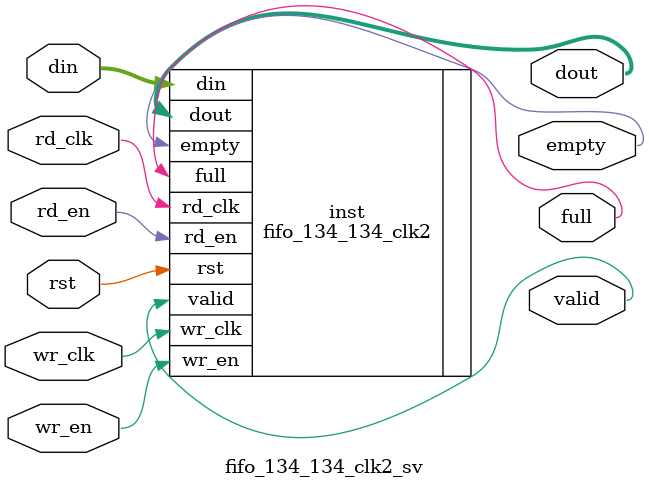
<source format=sv>


`timescale 1ps / 1ps

`include "vivado_interfaces.svh"

module fifo_134_134_clk2_sv (
  (* X_INTERFACE_IGNORE = "true" *)
  input wire rst,
  (* X_INTERFACE_IGNORE = "true" *)
  input wire wr_clk,
  (* X_INTERFACE_IGNORE = "true" *)
  input wire rd_clk,
  (* X_INTERFACE_IGNORE = "true" *)
  input wire [133:0] din,
  (* X_INTERFACE_IGNORE = "true" *)
  input wire wr_en,
  (* X_INTERFACE_IGNORE = "true" *)
  input wire rd_en,
  (* X_INTERFACE_IGNORE = "true" *)
  output wire [133:0] dout,
  (* X_INTERFACE_IGNORE = "true" *)
  output wire full,
  (* X_INTERFACE_IGNORE = "true" *)
  output wire empty,
  (* X_INTERFACE_IGNORE = "true" *)
  output wire valid
);

  fifo_134_134_clk2 inst (
    .rst(rst),
    .wr_clk(wr_clk),
    .rd_clk(rd_clk),
    .din(din),
    .wr_en(wr_en),
    .rd_en(rd_en),
    .dout(dout),
    .full(full),
    .empty(empty),
    .valid(valid)
  );

endmodule

</source>
